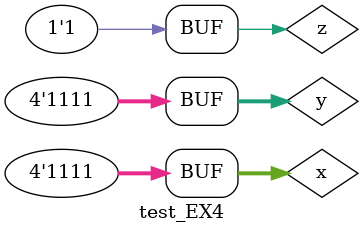
<source format=v>



module Adder (output s1, output s2, input a, input b);

xor XOR1 (s2,a,b);
and AND1 (s1,a,b);				 				

endmodule // Adder

module  FullAdder (output s3, output s4,input e1, input e2, input c);
wire p1, p2,p3;

Adder HA1 (p1,p2,e1,e2);
Adder HA2 (s3,p3,p1,c);
xor XOR1 (s4,p3,p2);

endmodule // FullAdder

module DEC (output[2:0] s, input a,
            input b, input c, input Carry_in);
wire f1,f2,f3;

FullAdder FA1 (s[0],f1,a,1,Carry_in);
FullAdder FA2 (s[1],f2,b,1,f1);
FullAdder FA3 (s[2],f3,c,1,f2);

endmodule // DEC

module FullAdder2 (output sinal, output[2:0] s, input[3:0] a,
                   input[3:0] b, input carry);
wire  w1,w2,w3,w4,p1,p2,p3,p4;
wire[4:0] p;

FullAdder FA1 (p[0],p1,a[0],b[0],carry);
FullAdder FA2 (p[1],p2,a[1],b[1],p1);
FullAdder FA3 (p[2],p3,a[2],b[2],p2);
FullAdder FA4 (sinal,p4,a[3],b[3],p3);
DEC Dec1 (s[2:0],p[0],p[1],p[2],carry);
endmodule // FullAdder2

module test_EX4; 

// ------------------------- definir dados 

reg[3:0] x, y;
reg z;  
wire [2:0]q;
wire sinal;

FullAdder2 modulo (sinal, q, x, y, z); 

// ------------------------- parte principal 

initial begin 
$display("Exemplo0033 - Luhan Mairinck Reis - 446987"); 
$display("Test LU's module"); 

x = 4'b0000; y = 4'b0000; z = 'b0;

// projetar testes do modulo 
#1 $display("\n a    b   carry  sinal   s"); 
#1 $monitor("%4b %4b   %b    %b   %4b" ,x,y,z,sinal,q); 

#1 x = 4'b0001; y = 4'b0000; z = 'b0;
#1 x = 4'b0001; y = 4'b0001; z = 'b0;
#1 x = 4'b0010; y = 4'b0001; z = 'b0;
#1 x = 4'b0010; y = 4'b0010; z = 'b0;
#1 x = 4'b0011; y = 4'b0010; z = 'b0;
#1 x = 4'b0011; y = 4'b0011; z = 'b0;
#1 x = 4'b0100; y = 4'b0011; z = 'b0;
#1 x = 4'b0100; y = 4'b0100; z = 'b0;
#1 x = 4'b0101; y = 4'b0100; z = 'b0;
#1 x = 4'b0101; y = 4'b0101; z = 'b0;
#1 x = 4'b0110; y = 4'b0101; z = 'b0;
#1 x = 4'b0110; y = 4'b0110; z = 'b0;
#1 x = 4'b0111; y = 4'b0110; z = 'b0;
#1 x = 4'b0111; y = 4'b0111; z = 'b1;
#1 x = 4'b1000; y = 4'b0111; z = 'b1;
#1 x = 4'b1000; y = 4'b1000; z = 'b1;
#1 x = 4'b1001; y = 4'b1000; z = 'b1;
#1 x = 4'b1001; y = 4'b1001; z = 'b1;
#1 x = 4'b1010; y = 4'b1001; z = 'b1;
#1 x = 4'b1010; y = 4'b1010; z = 'b1;
#1 x = 4'b1011; y = 4'b1010; z = 'b1;
#1 x = 4'b1011; y = 4'b1011; z = 'b1;
#1 x = 4'b1100; y = 4'b1011; z = 'b1;
#1 x = 4'b1100; y = 4'b1100; z = 'b1;
#1 x = 4'b1101; y = 4'b1100; z = 'b1;
#1 x = 4'b1101; y = 4'b1101; z = 'b1;
#1 x = 4'b1110; y = 4'b1101; z = 'b1;
#1 x = 4'b1110; y = 4'b1110; z = 'b1;
#1 x = 4'b1111; y = 4'b1110; z = 'b1;
#1 x = 4'b1111; y = 4'b1111; z = 'b1;


end 
endmodule // test_EX2 
</source>
